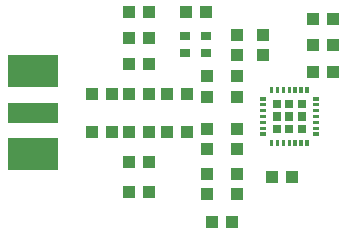
<source format=gtp>
G04 #@! TF.GenerationSoftware,KiCad,Pcbnew,5.1.10*
G04 #@! TF.CreationDate,2021-09-13T21:15:03+02:00*
G04 #@! TF.ProjectId,AX5043,41583530-3433-42e6-9b69-6361645f7063,rev?*
G04 #@! TF.SameCoordinates,Original*
G04 #@! TF.FileFunction,Paste,Top*
G04 #@! TF.FilePolarity,Positive*
%FSLAX46Y46*%
G04 Gerber Fmt 4.6, Leading zero omitted, Abs format (unit mm)*
G04 Created by KiCad (PCBNEW 5.1.10) date 2021-09-13 21:15:03*
%MOMM*%
%LPD*%
G01*
G04 APERTURE LIST*
%ADD10C,0.100000*%
%ADD11R,1.000000X1.100000*%
%ADD12R,1.100000X1.000000*%
%ADD13R,4.191000X2.667000*%
%ADD14R,4.191000X1.778000*%
%ADD15R,0.900000X0.800000*%
G04 APERTURE END LIST*
D10*
G36*
X149413600Y-106576100D02*
G01*
X150113600Y-106576100D01*
X150113600Y-105876100D01*
X149413600Y-105876100D01*
X149413600Y-106576100D01*
G37*
G36*
X151513600Y-106576100D02*
G01*
X152213600Y-106576100D01*
X152213600Y-105876100D01*
X151513600Y-105876100D01*
X151513600Y-106576100D01*
G37*
G36*
X150463600Y-106576100D02*
G01*
X151163600Y-106576100D01*
X151163600Y-105876100D01*
X150463600Y-105876100D01*
X150463600Y-106576100D01*
G37*
G36*
X151513600Y-105526100D02*
G01*
X152213600Y-105526100D01*
X152213600Y-104826100D01*
X151513600Y-104826100D01*
X151513600Y-105526100D01*
G37*
G36*
X150463600Y-105526100D02*
G01*
X151163600Y-105526100D01*
X151163600Y-104826100D01*
X150463600Y-104826100D01*
X150463600Y-105526100D01*
G37*
G36*
X149413600Y-105526100D02*
G01*
X150113600Y-105526100D01*
X150113600Y-104826100D01*
X149413600Y-104826100D01*
X149413600Y-105526100D01*
G37*
G36*
X149413600Y-104476100D02*
G01*
X150113600Y-104476100D01*
X150113600Y-103776100D01*
X149413600Y-103776100D01*
X149413600Y-104476100D01*
G37*
G36*
X151513600Y-104476100D02*
G01*
X152213600Y-104476100D01*
X152213600Y-103776100D01*
X151513600Y-103776100D01*
X151513600Y-104476100D01*
G37*
G36*
X150463600Y-104476100D02*
G01*
X151163600Y-104476100D01*
X151163600Y-103776100D01*
X150463600Y-103776100D01*
X150463600Y-104476100D01*
G37*
G36*
X152463600Y-103176100D02*
G01*
X152463600Y-102676100D01*
X152163600Y-102676100D01*
X152163600Y-103176100D01*
X152463600Y-103176100D01*
G37*
G36*
X151963600Y-103176100D02*
G01*
X151963600Y-102676100D01*
X151663600Y-102676100D01*
X151663600Y-103176100D01*
X151963600Y-103176100D01*
G37*
G36*
X151463600Y-103176100D02*
G01*
X151463600Y-102676100D01*
X151163600Y-102676100D01*
X151163600Y-103176100D01*
X151463600Y-103176100D01*
G37*
G36*
X150963600Y-103176100D02*
G01*
X150963600Y-102676100D01*
X150663600Y-102676100D01*
X150663600Y-103176100D01*
X150963600Y-103176100D01*
G37*
G36*
X150463600Y-103176100D02*
G01*
X150463600Y-102676100D01*
X150163600Y-102676100D01*
X150163600Y-103176100D01*
X150463600Y-103176100D01*
G37*
G36*
X149963600Y-103176100D02*
G01*
X149963600Y-102676100D01*
X149663600Y-102676100D01*
X149663600Y-103176100D01*
X149963600Y-103176100D01*
G37*
G36*
X149463600Y-103176100D02*
G01*
X149463600Y-102676100D01*
X149163600Y-102676100D01*
X149163600Y-103176100D01*
X149463600Y-103176100D01*
G37*
G36*
X148313600Y-103826100D02*
G01*
X148813600Y-103826100D01*
X148813600Y-103526100D01*
X148313600Y-103526100D01*
X148313600Y-103826100D01*
G37*
G36*
X153313600Y-103526100D02*
G01*
X152813600Y-103526100D01*
X152813600Y-103826100D01*
X153313600Y-103826100D01*
X153313600Y-103526100D01*
G37*
G36*
X153313600Y-104026100D02*
G01*
X152813600Y-104026100D01*
X152813600Y-104326100D01*
X153313600Y-104326100D01*
X153313600Y-104026100D01*
G37*
G36*
X153313600Y-104526100D02*
G01*
X152813600Y-104526100D01*
X152813600Y-104826100D01*
X153313600Y-104826100D01*
X153313600Y-104526100D01*
G37*
G36*
X153313600Y-105026100D02*
G01*
X152813600Y-105026100D01*
X152813600Y-105326100D01*
X153313600Y-105326100D01*
X153313600Y-105026100D01*
G37*
G36*
X153313600Y-105526100D02*
G01*
X152813600Y-105526100D01*
X152813600Y-105826100D01*
X153313600Y-105826100D01*
X153313600Y-105526100D01*
G37*
G36*
X153313600Y-106026100D02*
G01*
X152813600Y-106026100D01*
X152813600Y-106326100D01*
X153313600Y-106326100D01*
X153313600Y-106026100D01*
G37*
G36*
X153313600Y-106526100D02*
G01*
X152813600Y-106526100D01*
X152813600Y-106826100D01*
X153313600Y-106826100D01*
X153313600Y-106526100D01*
G37*
G36*
X152463600Y-107676100D02*
G01*
X152463600Y-107176100D01*
X152163600Y-107176100D01*
X152163600Y-107676100D01*
X152463600Y-107676100D01*
G37*
G36*
X151963600Y-107676100D02*
G01*
X151963600Y-107176100D01*
X151663600Y-107176100D01*
X151663600Y-107676100D01*
X151963600Y-107676100D01*
G37*
G36*
X151463600Y-107676100D02*
G01*
X151463600Y-107176100D01*
X151163600Y-107176100D01*
X151163600Y-107676100D01*
X151463600Y-107676100D01*
G37*
G36*
X150963600Y-107676100D02*
G01*
X150963600Y-107176100D01*
X150663600Y-107176100D01*
X150663600Y-107676100D01*
X150963600Y-107676100D01*
G37*
G36*
X150463600Y-107676100D02*
G01*
X150463600Y-107176100D01*
X150163600Y-107176100D01*
X150163600Y-107676100D01*
X150463600Y-107676100D01*
G37*
G36*
X149963600Y-107676100D02*
G01*
X149963600Y-107176100D01*
X149663600Y-107176100D01*
X149663600Y-107676100D01*
X149963600Y-107676100D01*
G37*
G36*
X149463600Y-107676100D02*
G01*
X149463600Y-107176100D01*
X149163600Y-107176100D01*
X149163600Y-107676100D01*
X149463600Y-107676100D01*
G37*
G36*
X148313600Y-106826100D02*
G01*
X148813600Y-106826100D01*
X148813600Y-106526100D01*
X148313600Y-106526100D01*
X148313600Y-106826100D01*
G37*
G36*
X148313600Y-106326100D02*
G01*
X148813600Y-106326100D01*
X148813600Y-106026100D01*
X148313600Y-106026100D01*
X148313600Y-106326100D01*
G37*
G36*
X148313600Y-105826100D02*
G01*
X148813600Y-105826100D01*
X148813600Y-105526100D01*
X148313600Y-105526100D01*
X148313600Y-105826100D01*
G37*
G36*
X148313600Y-105326100D02*
G01*
X148813600Y-105326100D01*
X148813600Y-105026100D01*
X148313600Y-105026100D01*
X148313600Y-105326100D01*
G37*
G36*
X148313600Y-104826100D02*
G01*
X148813600Y-104826100D01*
X148813600Y-104526100D01*
X148313600Y-104526100D01*
X148313600Y-104826100D01*
G37*
G36*
X148313600Y-104326100D02*
G01*
X148813600Y-104326100D01*
X148813600Y-104026100D01*
X148313600Y-104026100D01*
X148313600Y-104326100D01*
G37*
G36*
X148313600Y-103826100D02*
G01*
X148813600Y-103826100D01*
X148813600Y-103526100D01*
X148313600Y-103526100D01*
X148313600Y-103826100D01*
G37*
D11*
X146368600Y-99993600D03*
X146368600Y-98293600D03*
X148591100Y-98293600D03*
X148591100Y-99993600D03*
X146368600Y-101786100D03*
X146368600Y-103486100D03*
X146368600Y-107931100D03*
X146368600Y-106231100D03*
D12*
X140438600Y-103271100D03*
X142138600Y-103271100D03*
X140438600Y-106446100D03*
X142138600Y-106446100D03*
X137263600Y-100731100D03*
X138963600Y-100731100D03*
X138963600Y-108986100D03*
X137263600Y-108986100D03*
X135788600Y-106446100D03*
X134088600Y-106446100D03*
X138963600Y-98508600D03*
X137263600Y-98508600D03*
X143726100Y-96286100D03*
X142026100Y-96286100D03*
X152821100Y-101366100D03*
X154521100Y-101366100D03*
X152821100Y-96921100D03*
X154521100Y-96921100D03*
D11*
X143828600Y-111741100D03*
X143828600Y-110041100D03*
D12*
X144248600Y-114066100D03*
X145948600Y-114066100D03*
X143828600Y-106231100D03*
X143828600Y-107931100D03*
X143828600Y-101786100D03*
X143828600Y-103486100D03*
D11*
X137263600Y-103271100D03*
X138963600Y-103271100D03*
X137263600Y-106446100D03*
X138963600Y-106446100D03*
X134088600Y-103271100D03*
X135788600Y-103271100D03*
X138963600Y-111526100D03*
X137263600Y-111526100D03*
X138963600Y-96286100D03*
X137263600Y-96286100D03*
X154521100Y-99143600D03*
X152821100Y-99143600D03*
X151028600Y-110256100D03*
X149328600Y-110256100D03*
D12*
X146368600Y-111741100D03*
X146368600Y-110041100D03*
D13*
X129115400Y-108333100D03*
X129115400Y-101343900D03*
D14*
X129115400Y-104838500D03*
D15*
X141950000Y-99785000D03*
X143800000Y-99785000D03*
X143800000Y-98335000D03*
X141950000Y-98335000D03*
M02*

</source>
